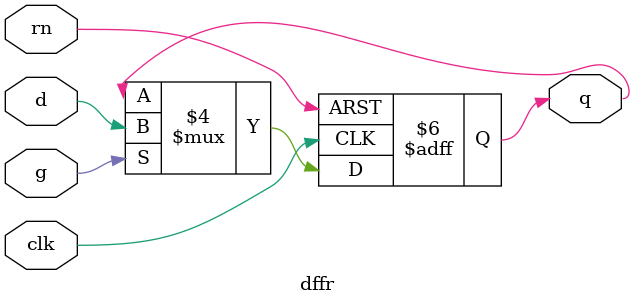
<source format=sv>
/* 
*Copyright (c) 2021, Alibaba Group;
*Licensed under the Apache License, Version 2.0 (the "License");
*you may not use this file except in compliance with the License.
*You may obtain a copy of the License at

*   http://www.apache.org/licenses/LICENSE-2.0

*Unless required by applicable law or agreed to in writing, software
*distributed under the License is distributed on an "AS IS" BASIS,
*WITHOUT WARRANTIES OR CONDITIONS OF ANY KIND, either express or implied.
*See the License for the specific language governing permissions and
*limitations under the License.
*/

//----------------------------------------------//
module dff
#(parameter W=1
)

(
    input wire          clk,
    input wire          g, 
    input wire [W-1:0]  d, 
    output reg [W-1:0]  q
);

    always_ff @(posedge clk)
    begin: dff_blk
        if (g == 1'b1)
            q[(W-1):0] <= d[(W-1):0];
    end

endmodule

//----------------------------------------------//
module dffr
#(parameter W=1,
            R = {W{1'b0}}
)

(
    input wire          clk,
    input wire          rn,
    input wire          g, 
    input wire [W-1:0]  d, 
    output reg [W-1:0]  q
);

    always_ff @(posedge clk or negedge rn)
    begin: dff_blk
        if (!rn)
            q[(W-1):0] <= R;
        else if (g == 1'b1)
            q[(W-1):0] <= d[(W-1):0];
    end

endmodule



</source>
